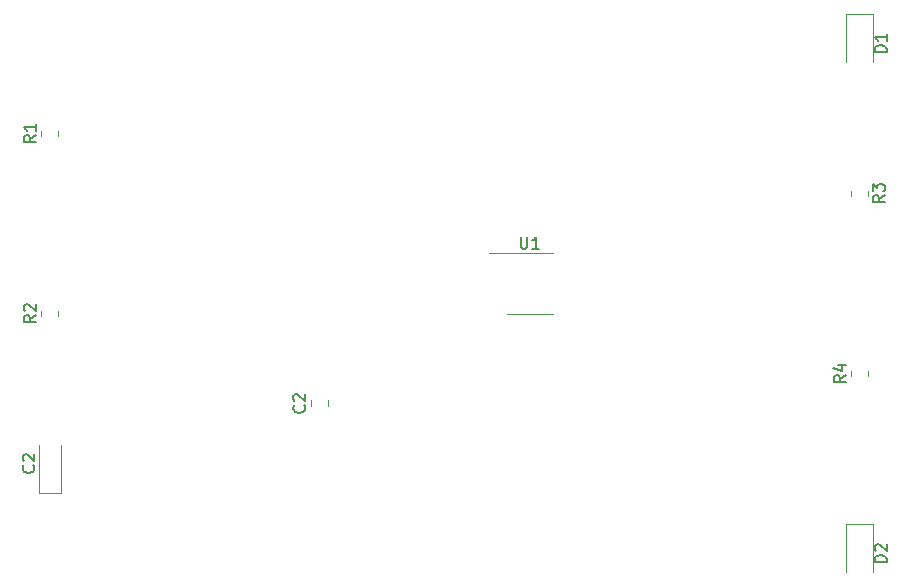
<source format=gbr>
%TF.GenerationSoftware,KiCad,Pcbnew,(6.0.10)*%
%TF.CreationDate,2023-02-24T19:06:45-08:00*%
%TF.ProjectId,Exercise 2,45786572-6369-4736-9520-322e6b696361,rev?*%
%TF.SameCoordinates,Original*%
%TF.FileFunction,Legend,Top*%
%TF.FilePolarity,Positive*%
%FSLAX46Y46*%
G04 Gerber Fmt 4.6, Leading zero omitted, Abs format (unit mm)*
G04 Created by KiCad (PCBNEW (6.0.10)) date 2023-02-24 19:06:45*
%MOMM*%
%LPD*%
G01*
G04 APERTURE LIST*
%ADD10C,0.150000*%
%ADD11C,0.120000*%
G04 APERTURE END LIST*
D10*
%TO.C,C2*%
X49407142Y-117006666D02*
X49454761Y-117054285D01*
X49502380Y-117197142D01*
X49502380Y-117292380D01*
X49454761Y-117435238D01*
X49359523Y-117530476D01*
X49264285Y-117578095D01*
X49073809Y-117625714D01*
X48930952Y-117625714D01*
X48740476Y-117578095D01*
X48645238Y-117530476D01*
X48550000Y-117435238D01*
X48502380Y-117292380D01*
X48502380Y-117197142D01*
X48550000Y-117054285D01*
X48597619Y-117006666D01*
X48597619Y-116625714D02*
X48550000Y-116578095D01*
X48502380Y-116482857D01*
X48502380Y-116244761D01*
X48550000Y-116149523D01*
X48597619Y-116101904D01*
X48692857Y-116054285D01*
X48788095Y-116054285D01*
X48930952Y-116101904D01*
X49502380Y-116673333D01*
X49502380Y-116054285D01*
%TO.C,D2*%
X121652380Y-125198095D02*
X120652380Y-125198095D01*
X120652380Y-124960000D01*
X120700000Y-124817142D01*
X120795238Y-124721904D01*
X120890476Y-124674285D01*
X121080952Y-124626666D01*
X121223809Y-124626666D01*
X121414285Y-124674285D01*
X121509523Y-124721904D01*
X121604761Y-124817142D01*
X121652380Y-124960000D01*
X121652380Y-125198095D01*
X120747619Y-124245714D02*
X120700000Y-124198095D01*
X120652380Y-124102857D01*
X120652380Y-123864761D01*
X120700000Y-123769523D01*
X120747619Y-123721904D01*
X120842857Y-123674285D01*
X120938095Y-123674285D01*
X121080952Y-123721904D01*
X121652380Y-124293333D01*
X121652380Y-123674285D01*
%TO.C,D1*%
X121652380Y-82018095D02*
X120652380Y-82018095D01*
X120652380Y-81780000D01*
X120700000Y-81637142D01*
X120795238Y-81541904D01*
X120890476Y-81494285D01*
X121080952Y-81446666D01*
X121223809Y-81446666D01*
X121414285Y-81494285D01*
X121509523Y-81541904D01*
X121604761Y-81637142D01*
X121652380Y-81780000D01*
X121652380Y-82018095D01*
X121652380Y-80494285D02*
X121652380Y-81065714D01*
X121652380Y-80780000D02*
X120652380Y-80780000D01*
X120795238Y-80875238D01*
X120890476Y-80970476D01*
X120938095Y-81065714D01*
%TO.C,U1*%
X90678095Y-97652380D02*
X90678095Y-98461904D01*
X90725714Y-98557142D01*
X90773333Y-98604761D01*
X90868571Y-98652380D01*
X91059047Y-98652380D01*
X91154285Y-98604761D01*
X91201904Y-98557142D01*
X91249523Y-98461904D01*
X91249523Y-97652380D01*
X92249523Y-98652380D02*
X91678095Y-98652380D01*
X91963809Y-98652380D02*
X91963809Y-97652380D01*
X91868571Y-97795238D01*
X91773333Y-97890476D01*
X91678095Y-97938095D01*
%TO.C,R3*%
X121482380Y-94146666D02*
X121006190Y-94480000D01*
X121482380Y-94718095D02*
X120482380Y-94718095D01*
X120482380Y-94337142D01*
X120530000Y-94241904D01*
X120577619Y-94194285D01*
X120672857Y-94146666D01*
X120815714Y-94146666D01*
X120910952Y-94194285D01*
X120958571Y-94241904D01*
X121006190Y-94337142D01*
X121006190Y-94718095D01*
X120482380Y-93813333D02*
X120482380Y-93194285D01*
X120863333Y-93527619D01*
X120863333Y-93384761D01*
X120910952Y-93289523D01*
X120958571Y-93241904D01*
X121053809Y-93194285D01*
X121291904Y-93194285D01*
X121387142Y-93241904D01*
X121434761Y-93289523D01*
X121482380Y-93384761D01*
X121482380Y-93670476D01*
X121434761Y-93765714D01*
X121387142Y-93813333D01*
%TO.C,R2*%
X49602380Y-104306666D02*
X49126190Y-104640000D01*
X49602380Y-104878095D02*
X48602380Y-104878095D01*
X48602380Y-104497142D01*
X48650000Y-104401904D01*
X48697619Y-104354285D01*
X48792857Y-104306666D01*
X48935714Y-104306666D01*
X49030952Y-104354285D01*
X49078571Y-104401904D01*
X49126190Y-104497142D01*
X49126190Y-104878095D01*
X48697619Y-103925714D02*
X48650000Y-103878095D01*
X48602380Y-103782857D01*
X48602380Y-103544761D01*
X48650000Y-103449523D01*
X48697619Y-103401904D01*
X48792857Y-103354285D01*
X48888095Y-103354285D01*
X49030952Y-103401904D01*
X49602380Y-103973333D01*
X49602380Y-103354285D01*
%TO.C,C2*%
X72337142Y-111926666D02*
X72384761Y-111974285D01*
X72432380Y-112117142D01*
X72432380Y-112212380D01*
X72384761Y-112355238D01*
X72289523Y-112450476D01*
X72194285Y-112498095D01*
X72003809Y-112545714D01*
X71860952Y-112545714D01*
X71670476Y-112498095D01*
X71575238Y-112450476D01*
X71480000Y-112355238D01*
X71432380Y-112212380D01*
X71432380Y-112117142D01*
X71480000Y-111974285D01*
X71527619Y-111926666D01*
X71527619Y-111545714D02*
X71480000Y-111498095D01*
X71432380Y-111402857D01*
X71432380Y-111164761D01*
X71480000Y-111069523D01*
X71527619Y-111021904D01*
X71622857Y-110974285D01*
X71718095Y-110974285D01*
X71860952Y-111021904D01*
X72432380Y-111593333D01*
X72432380Y-110974285D01*
%TO.C,R4*%
X118182380Y-109386666D02*
X117706190Y-109720000D01*
X118182380Y-109958095D02*
X117182380Y-109958095D01*
X117182380Y-109577142D01*
X117230000Y-109481904D01*
X117277619Y-109434285D01*
X117372857Y-109386666D01*
X117515714Y-109386666D01*
X117610952Y-109434285D01*
X117658571Y-109481904D01*
X117706190Y-109577142D01*
X117706190Y-109958095D01*
X117515714Y-108529523D02*
X118182380Y-108529523D01*
X117134761Y-108767619D02*
X117849047Y-109005714D01*
X117849047Y-108386666D01*
%TO.C,R1*%
X49602380Y-89066666D02*
X49126190Y-89400000D01*
X49602380Y-89638095D02*
X48602380Y-89638095D01*
X48602380Y-89257142D01*
X48650000Y-89161904D01*
X48697619Y-89114285D01*
X48792857Y-89066666D01*
X48935714Y-89066666D01*
X49030952Y-89114285D01*
X49078571Y-89161904D01*
X49126190Y-89257142D01*
X49126190Y-89638095D01*
X49602380Y-88114285D02*
X49602380Y-88685714D01*
X49602380Y-88400000D02*
X48602380Y-88400000D01*
X48745238Y-88495238D01*
X48840476Y-88590476D01*
X48888095Y-88685714D01*
D11*
%TO.C,C2*%
X51735000Y-119325000D02*
X51735000Y-115240000D01*
X49865000Y-115240000D02*
X49865000Y-119325000D01*
X49865000Y-119325000D02*
X51735000Y-119325000D01*
%TO.C,D2*%
X120515000Y-122000000D02*
X118245000Y-122000000D01*
X120515000Y-126060000D02*
X120515000Y-122000000D01*
X118245000Y-122000000D02*
X118245000Y-126060000D01*
%TO.C,D1*%
X120515000Y-82880000D02*
X120515000Y-78820000D01*
X118245000Y-78820000D02*
X118245000Y-82880000D01*
X120515000Y-78820000D02*
X118245000Y-78820000D01*
%TO.C,U1*%
X91440000Y-104160000D02*
X93390000Y-104160000D01*
X91440000Y-99040000D02*
X87990000Y-99040000D01*
X91440000Y-104160000D02*
X89490000Y-104160000D01*
X91440000Y-99040000D02*
X93390000Y-99040000D01*
%TO.C,R3*%
X118645000Y-93752936D02*
X118645000Y-94207064D01*
X120115000Y-93752936D02*
X120115000Y-94207064D01*
%TO.C,R2*%
X51535000Y-104367064D02*
X51535000Y-103912936D01*
X50065000Y-104367064D02*
X50065000Y-103912936D01*
%TO.C,C2*%
X72925000Y-112021252D02*
X72925000Y-111498748D01*
X74395000Y-112021252D02*
X74395000Y-111498748D01*
%TO.C,R4*%
X118645000Y-109447064D02*
X118645000Y-108992936D01*
X120115000Y-109447064D02*
X120115000Y-108992936D01*
%TO.C,R1*%
X50065000Y-89127064D02*
X50065000Y-88672936D01*
X51535000Y-89127064D02*
X51535000Y-88672936D01*
%TD*%
M02*

</source>
